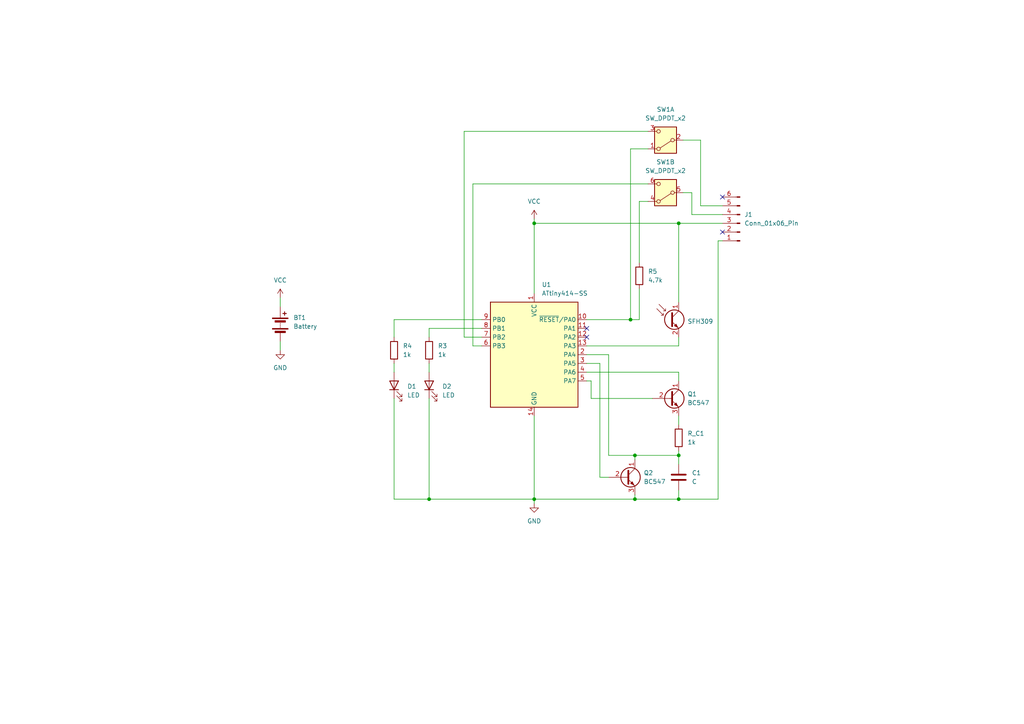
<source format=kicad_sch>
(kicad_sch (version 20231120) (generator "eeschema") (generator_version "8.0")
  (paper "A4")
  (lib_symbols
    (symbol "Connector:Conn_01x06_Pin" (pin_names (offset 1.016) hide)
      (property "Reference" "J" (at 0 7.62 0))
      (property "Value" "Conn_01x06_Pin" (at 0 -10.16 0))
      (symbol "Conn_01x06_Pin_1_1"
        (polyline (pts (xy 1.27 -7.62) (xy 0.8636 -7.62)) (stroke (width 0.1524)))
        (polyline (pts (xy 1.27 -5.08) (xy 0.8636 -5.08)) (stroke (width 0.1524)))
        (polyline (pts (xy 1.27 -2.54) (xy 0.8636 -2.54)) (stroke (width 0.1524)))
        (polyline (pts (xy 1.27 0) (xy 0.8636 0)) (stroke (width 0.1524)))
        (polyline (pts (xy 1.27 2.54) (xy 0.8636 2.54)) (stroke (width 0.1524)))
        (polyline (pts (xy 1.27 5.08) (xy 0.8636 5.08)) (stroke (width 0.1524)))
        (rectangle (start 0.8636 -7.493) (end 0 -7.747) (stroke (width 0.1524)) (fill (type outline)))
        (rectangle (start 0.8636 -4.953) (end 0 -5.207) (stroke (width 0.1524)) (fill (type outline)))
        (rectangle (start 0.8636 -2.413) (end 0 -2.667) (stroke (width 0.1524)) (fill (type outline)))
        (rectangle (start 0.8636 0.127) (end 0 -0.127) (stroke (width 0.1524)) (fill (type outline)))
        (rectangle (start 0.8636 2.667) (end 0 2.413) (stroke (width 0.1524)) (fill (type outline)))
        (rectangle (start 0.8636 5.207) (end 0 4.953) (stroke (width 0.1524)) (fill (type outline)))
        (pin passive line (at 5.08 5.08 180) (length 3.81) (name "Pin_1") (number "1"))
        (pin passive line (at 5.08 2.54 180) (length 3.81) (name "Pin_2") (number "2"))
        (pin passive line (at 5.08 0 180) (length 3.81) (name "Pin_3") (number "3"))
        (pin passive line (at 5.08 -2.54 180) (length 3.81) (name "Pin_4") (number "4"))
        (pin passive line (at 5.08 -5.08 180) (length 3.81) (name "Pin_5") (number "5"))
        (pin passive line (at 5.08 -7.62 180) (length 3.81) (name "Pin_6") (number "6"))
      )
    )
    (symbol "Device:Battery" (pin_numbers hide) (pin_names (offset 0) hide)
      (property "Reference" "BT" (at 2.54 2.54 0))
      (property "Value" "Battery" (at 2.54 0 0))
      (symbol "Battery_0_1"
        (rectangle (start -2.286 -1.27) (end 2.286 -1.524) (fill (type outline)))
        (rectangle (start -2.286 1.778) (end 2.286 1.524) (fill (type outline)))
        (rectangle (start -1.524 -2.032) (end 1.524 -2.54) (fill (type outline)))
        (rectangle (start -1.524 1.016) (end 1.524 0.508) (fill (type outline)))
        (polyline (pts (xy 0 -1.016) (xy 0 -0.762)))
        (polyline (pts (xy 0 -0.508) (xy 0 -0.254)))
        (polyline (pts (xy 0 0) (xy 0 0.254)))
        (polyline (pts (xy 0 1.778) (xy 0 2.54)))
        (polyline (pts (xy 0.762 3.048) (xy 1.778 3.048)) (stroke (width 0.254)))
        (polyline (pts (xy 1.27 3.556) (xy 1.27 2.54)) (stroke (width 0.254)))
      )
      (symbol "Battery_1_1"
        (pin passive line (at 0 5.08 270) (length 2.54) (name "+") (number "1"))
        (pin passive line (at 0 -5.08 90) (length 2.54) (name "-") (number "2"))
      )
    )
    (symbol "Device:C" (pin_numbers hide) (pin_names (offset 0.254))
      (property "Reference" "C" (at 0.635 2.54 0))
      (property "Value" "C" (at 0.635 -2.54 0))
      (symbol "C_0_1"
        (polyline (pts (xy -2.032 -0.762) (xy 2.032 -0.762)) (stroke (width 0.508)))
        (polyline (pts (xy -2.032 0.762) (xy 2.032 0.762)) (stroke (width 0.508)))
      )
      (symbol "C_1_1"
        (pin passive line (at 0 3.81 270) (length 2.794) (name "~") (number "1"))
        (pin passive line (at 0 -3.81 90) (length 2.794) (name "~") (number "2"))
      )
    )
    (symbol "Device:LED" (pin_numbers hide) (pin_names (offset 1.016) hide)
      (property "Reference" "D" (at 0 2.54 0))
      (property "Value" "LED" (at 0 -2.54 0))
      (symbol "LED_0_1"
        (polyline (pts (xy -1.27 -1.27) (xy -1.27 1.27)) (stroke (width 0.254)))
        (polyline (pts (xy -1.27 0) (xy 1.27 0)))
        (polyline (pts (xy 1.27 -1.27) (xy 1.27 1.27) (xy -1.27 0) (xy 1.27 -1.27)) (stroke (width 0.254)))
        (polyline (pts (xy -3.048 -0.762) (xy -4.572 -2.286) (xy -3.81 -2.286) (xy -4.572 -2.286) (xy -4.572 -1.524)))
        (polyline (pts (xy -1.778 -0.762) (xy -3.302 -2.286) (xy -2.54 -2.286) (xy -3.302 -2.286) (xy -3.302 -1.524)))
      )
      (symbol "LED_1_1"
        (pin passive line (at -3.81 0 0) (length 2.54) (name "K") (number "1"))
        (pin passive line (at 3.81 0 180) (length 2.54) (name "A") (number "2"))
      )
    )
    (symbol "Device:R" (pin_numbers hide) (pin_names (offset 0))
      (property "Reference" "R" (at 2.032 0 90))
      (property "Value" "R" (at 0 0 90))
      (symbol "R_0_1"
        (rectangle (start -1.016 -2.54) (end 1.016 2.54) (stroke (width 0.254)))
      )
      (symbol "R_1_1"
        (pin passive line (at 0 3.81 270) (length 1.27) (name "~") (number "1"))
        (pin passive line (at 0 -3.81 90) (length 1.27) (name "~") (number "2"))
      )
    )
    (symbol "MCU_Microchip_ATtiny:ATtiny414-SS"
      (property "Reference" "U" (at -12.7 16.51 0))
      (property "Value" "ATtiny414-SS" (at 2.54 -16.51 0))
      (symbol "ATtiny414-SS_0_1"
        (rectangle (start -12.7 -15.24) (end 12.7 15.24) (stroke (width 0.254)) (fill (type background)))
      )
      (symbol "ATtiny414-SS_1_1"
        (pin power_in line (at 0 17.78 270) (length 2.54) (name "VCC") (number "1"))
        (pin bidirectional line (at 15.24 10.16 180) (length 2.54) (name "~{RESET}/PA0") (number "10"))
        (pin bidirectional line (at 15.24 7.62 180) (length 2.54) (name "PA1") (number "11"))
        (pin bidirectional line (at 15.24 5.08 180) (length 2.54) (name "PA2") (number "12"))
        (pin bidirectional line (at 15.24 2.54 180) (length 2.54) (name "PA3") (number "13"))
        (pin power_in line (at 0 -17.78 90) (length 2.54) (name "GND") (number "14"))
        (pin bidirectional line (at 15.24 0 180) (length 2.54) (name "PA4") (number "2"))
        (pin bidirectional line (at 15.24 -2.54 180) (length 2.54) (name "PA5") (number "3"))
        (pin bidirectional line (at 15.24 -5.08 180) (length 2.54) (name "PA6") (number "4"))
        (pin bidirectional line (at 15.24 -7.62 180) (length 2.54) (name "PA7") (number "5"))
        (pin bidirectional line (at -15.24 2.54 0) (length 2.54) (name "PB3") (number "6"))
        (pin bidirectional line (at -15.24 5.08 0) (length 2.54) (name "PB2") (number "7"))
        (pin bidirectional line (at -15.24 7.62 0) (length 2.54) (name "PB1") (number "8"))
        (pin bidirectional line (at -15.24 10.16 0) (length 2.54) (name "PB0") (number "9"))
      )
    )
    (symbol "Sensor_Optical:SFH309" (pin_names (offset 0) hide)
      (property "Reference" "Q" (at 5.08 1.27 0))
      (property "Value" "SFH309" (at 5.08 -1.27 0))
      (symbol "SFH309_0_1"
        (polyline (pts (xy -1.905 1.27) (xy -2.54 1.27)))
        (polyline (pts (xy -1.27 2.54) (xy -1.905 2.54)))
        (polyline (pts (xy 0.635 0.635) (xy 2.54 2.54)))
        (polyline (pts (xy -3.81 3.175) (xy -1.905 1.27) (xy -1.905 1.905)))
        (polyline (pts (xy -3.175 4.445) (xy -1.27 2.54) (xy -1.27 3.175)))
        (polyline (pts (xy 0.635 -0.635) (xy 2.54 -2.54) (xy 2.54 -2.54)))
        (polyline (pts (xy 0.635 1.905) (xy 0.635 -1.905) (xy 0.635 -1.905)) (stroke (width 0.508)))
        (polyline (pts (xy 1.27 -1.778) (xy 1.778 -1.27) (xy 2.286 -2.286) (xy 1.27 -1.778) (xy 1.27 -1.778)) (fill (type outline)))
        (circle (center 1.27 0) (radius 2.8194) (stroke (width 0.254)))
      )
      (symbol "SFH309_1_1"
        (pin passive line (at 2.54 5.08 270) (length 2.54) (name "C") (number "1"))
        (pin passive line (at 2.54 -5.08 90) (length 2.54) (name "E") (number "2"))
      )
    )
    (symbol "Switch:SW_DPDT_x2" (pin_names (offset 0) hide)
      (property "Reference" "SW" (at 0 5.08 0))
      (property "Value" "SW_DPDT_x2" (at 0 -5.08 0))
      (symbol "SW_DPDT_x2_0_0"
        (circle (center -2.032 0) (radius 0.508))
        (circle (center 2.032 -2.54) (radius 0.508))
      )
      (symbol "SW_DPDT_x2_0_1"
        (rectangle (start -3.175 3.81) (end 3.175 -3.81) (stroke (width 0.254)) (fill (type background)))
        (polyline (pts (xy -1.524 0.254) (xy 1.5748 2.286)))
        (circle (center 2.032 2.54) (radius 0.508))
      )
      (symbol "SW_DPDT_x2_1_1"
        (pin passive line (at 5.08 2.54 180) (length 2.54) (name "A") (number "1"))
        (pin passive line (at -5.08 0 0) (length 2.54) (name "B") (number "2"))
        (pin passive line (at 5.08 -2.54 180) (length 2.54) (name "C") (number "3"))
      )
      (symbol "SW_DPDT_x2_2_1"
        (pin passive line (at 5.08 2.54 180) (length 2.54) (name "A") (number "4"))
        (pin passive line (at -5.08 0 0) (length 2.54) (name "B") (number "5"))
        (pin passive line (at 5.08 -2.54 180) (length 2.54) (name "C") (number "6"))
      )
    )
    (symbol "Transistor_BJT:BC547" (pin_names (offset 0) hide)
      (property "Reference" "Q" (at 5.08 1.905 0))
      (property "Value" "BC547" (at 5.08 0 0))
      (symbol "BC547_0_1"
        (polyline (pts (xy 0 0) (xy 0.635 0)))
        (polyline (pts (xy 0.635 0.635) (xy 2.54 2.54)))
        (polyline (pts (xy 0.635 -0.635) (xy 2.54 -2.54) (xy 2.54 -2.54)))
        (polyline (pts (xy 0.635 1.905) (xy 0.635 -1.905) (xy 0.635 -1.905)) (stroke (width 0.508)))
        (polyline (pts (xy 1.27 -1.778) (xy 1.778 -1.27) (xy 2.286 -2.286) (xy 1.27 -1.778) (xy 1.27 -1.778)) (fill (type outline)))
        (circle (center 1.27 0) (radius 2.8194) (stroke (width 0.254)))
      )
      (symbol "BC547_1_1"
        (pin passive line (at 2.54 5.08 270) (length 2.54) (name "C") (number "1"))
        (pin input line (at -5.08 0 0) (length 5.08) (name "B") (number "2"))
        (pin passive line (at 2.54 -5.08 90) (length 2.54) (name "E") (number "3"))
      )
    )
    (symbol "power:GND" (power) (pin_names (offset 0))
      (property "Value" "GND" (at 0 -3.81 0))
      (symbol "GND_0_1"
        (polyline (pts (xy 0 0) (xy 0 -1.27) (xy 1.27 -1.27) (xy 0 -2.54) (xy -1.27 -1.27) (xy 0 -1.27)))
      )
      (symbol "GND_1_1"
        (pin power_in line (at 0 0 270) (length 0) hide (name "GND") (number "1"))
      )
    )
    (symbol "power:VCC" (power) (pin_names (offset 0))
      (property "Value" "VCC" (at 0 3.81 0))
      (symbol "VCC_0_1"
        (polyline (pts (xy -0.762 1.27) (xy 0 2.54)))
        (polyline (pts (xy 0 0) (xy 0 2.54)))
        (polyline (pts (xy 0 2.54) (xy 0.762 1.27)))
      )
      (symbol "VCC_1_1"
        (pin power_in line (at 0 0 90) (length 0) hide (name "VCC") (number "1"))
      )
    )
  )
  (junction (at 196.85 132.08))
  (junction (at 184.15 132.08))
  (junction (at 154.94 64.77))
  (junction (at 154.94 144.78))
  (junction (at 124.46 144.78))
  (junction (at 196.85 64.77))
  (junction (at 182.88 92.71))
  (junction (at 196.85 144.78))
  (junction (at 184.15 144.78))
  (no_connect (at 170.18 97.79))
  (no_connect (at 209.55 67.31))
  (no_connect (at 170.18 95.25))
  (no_connect (at 209.55 57.15))
  (wire (pts (xy 154.94 144.78) (xy 184.15 144.78)))
  (wire (pts (xy 184.15 133.35) (xy 184.15 132.08)))
  (wire (pts (xy 81.28 86.36) (xy 81.28 88.9)))
  (wire (pts (xy 124.46 105.41) (xy 124.46 107.95)))
  (wire (pts (xy 170.18 92.71) (xy 182.88 92.71)))
  (wire (pts (xy 134.62 97.79) (xy 139.7 97.79)))
  (wire (pts (xy 184.15 132.08) (xy 196.85 132.08)))
  (wire (pts (xy 137.16 100.33) (xy 137.16 53.34)))
  (wire (pts (xy 154.94 64.77) (xy 196.85 64.77)))
  (wire (pts (xy 184.15 144.78) (xy 196.85 144.78)))
  (wire (pts (xy 196.85 64.77) (xy 196.85 87.63)))
  (wire (pts (xy 203.2 40.64) (xy 203.2 59.69)))
  (wire (pts (xy 187.96 38.1) (xy 134.62 38.1)))
  (wire (pts (xy 196.85 134.62) (xy 196.85 132.08)))
  (wire (pts (xy 81.28 99.06) (xy 81.28 101.6)))
  (wire (pts (xy 209.55 69.85) (xy 208.28 69.85)))
  (wire (pts (xy 200.66 62.23) (xy 209.55 62.23)))
  (wire (pts (xy 196.85 100.33) (xy 196.85 97.79)))
  (wire (pts (xy 171.45 115.57) (xy 171.45 110.49)))
  (wire (pts (xy 176.53 132.08) (xy 176.53 102.87)))
  (wire (pts (xy 170.18 110.49) (xy 171.45 110.49)))
  (wire (pts (xy 184.15 143.51) (xy 184.15 144.78)))
  (wire (pts (xy 124.46 115.57) (xy 124.46 144.78)))
  (wire (pts (xy 198.12 40.64) (xy 203.2 40.64)))
  (wire (pts (xy 176.53 102.87) (xy 170.18 102.87)))
  (wire (pts (xy 182.88 43.18) (xy 182.88 92.71)))
  (wire (pts (xy 196.85 107.95) (xy 196.85 110.49)))
  (wire (pts (xy 187.96 43.18) (xy 182.88 43.18)))
  (wire (pts (xy 208.28 69.85) (xy 208.28 144.78)))
  (wire (pts (xy 189.23 115.57) (xy 171.45 115.57)))
  (wire (pts (xy 137.16 53.34) (xy 187.96 53.34)))
  (wire (pts (xy 187.96 58.42) (xy 185.42 58.42)))
  (wire (pts (xy 203.2 59.69) (xy 209.55 59.69)))
  (wire (pts (xy 208.28 144.78) (xy 196.85 144.78)))
  (wire (pts (xy 154.94 64.77) (xy 154.94 85.09)))
  (wire (pts (xy 184.15 132.08) (xy 176.53 132.08)))
  (wire (pts (xy 124.46 144.78) (xy 154.94 144.78)))
  (wire (pts (xy 196.85 123.19) (xy 196.85 120.65)))
  (wire (pts (xy 139.7 100.33) (xy 137.16 100.33)))
  (wire (pts (xy 196.85 132.08) (xy 196.85 130.81)))
  (wire (pts (xy 173.99 138.43) (xy 173.99 105.41)))
  (wire (pts (xy 154.94 120.65) (xy 154.94 144.78)))
  (wire (pts (xy 114.3 144.78) (xy 114.3 115.57)))
  (wire (pts (xy 185.42 83.82) (xy 185.42 92.71)))
  (wire (pts (xy 114.3 105.41) (xy 114.3 107.95)))
  (wire (pts (xy 200.66 55.88) (xy 200.66 62.23)))
  (wire (pts (xy 185.42 92.71) (xy 182.88 92.71)))
  (wire (pts (xy 134.62 38.1) (xy 134.62 97.79)))
  (wire (pts (xy 176.53 138.43) (xy 173.99 138.43)))
  (wire (pts (xy 154.94 146.05) (xy 154.94 144.78)))
  (wire (pts (xy 170.18 100.33) (xy 196.85 100.33)))
  (wire (pts (xy 173.99 105.41) (xy 170.18 105.41)))
  (wire (pts (xy 114.3 144.78) (xy 124.46 144.78)))
  (wire (pts (xy 198.12 55.88) (xy 200.66 55.88)))
  (wire (pts (xy 124.46 95.25) (xy 139.7 95.25)))
  (wire (pts (xy 124.46 97.79) (xy 124.46 95.25)))
  (wire (pts (xy 114.3 97.79) (xy 114.3 92.71)))
  (wire (pts (xy 154.94 63.5) (xy 154.94 64.77)))
  (wire (pts (xy 170.18 107.95) (xy 196.85 107.95)))
  (wire (pts (xy 114.3 92.71) (xy 139.7 92.71)))
  (wire (pts (xy 196.85 64.77) (xy 209.55 64.77)))
  (wire (pts (xy 196.85 142.24) (xy 196.85 144.78)))
  (wire (pts (xy 185.42 58.42) (xy 185.42 76.2)))
  (symbol (lib_id "Switch:SW_DPDT_x2") (at 193.04 40.64 180) (unit 1)
    (property "Reference" "SW1" (at 193.04 31.75 0))
    (property "Value" "SW_DPDT_x2" (at 193.04 34.29 0))
    (property "Footprint" "Button_Switch_SMD:SW_DPDT_CK_JS202011JCQN" (effects (hide yes)))
    (property "Description" "Switch, dual pole double throw, separate symbols" (effects (hide yes)))
  )
  (symbol (lib_id "MCU_Microchip_ATtiny:ATtiny414-SS") (at 154.94 102.87 0) (unit 1)
    (property "Reference" "U1" (at 157.1341 82.55 0) (effects (justify left)))
    (property "Value" "ATtiny414-SS" (at 157.1341 85.09 0) (effects (justify left)))
    (property "Footprint" "Package_SO:SOIC-14_3.9x8.7mm_P1.27mm" (effects (hide yes)))
    (property "Datasheet" "http://ww1.microchip.com/downloads/en/DeviceDoc/40001912A.pdf" (effects (hide yes)))
    (property "Description" "20MHz, 4kB Flash, 256B SRAM, 128B EEPROM, SOIC-14" (effects (hide yes)))
  )
  (symbol (lib_id "Sensor_Optical:SFH309") (at 194.31 92.71 0) (unit 1)
    (property "Reference" "Q3" (effects (hide yes)))
    (property "Value" "SFH309" (at 199.39 93.2306 0) (effects (justify left)))
    (property "Footprint" "LED_THT:LED_D3.0mm_Horizontal_O1.27mm_Z2.0mm" (effects (hide yes)))
    (property "Datasheet" "http://www.osram-os.com/Graphics/XPic2/00101811_0.pdf/SFH%20309,%20SFH%20309%20FA,%20Lead%20(Pb)%20Free%20Product%20-%20RoHS%20Compliant.pdf" (effects (hide yes)))
    (property "Description" "Phototransistor NPN" (effects (hide yes)))
  )
  (symbol (lib_id "power:GND") (at 81.28 101.6 0) (unit 1)
    (property "Reference" "#PWR03" (effects (hide yes)))
    (property "Value" "GND" (at 81.28 106.68 0))
    (property "Description" "Power symbol creates a global label with name \"GND\" , ground" (effects (hide yes)))
  )
  (symbol (lib_id "power:GND") (at 154.94 146.05 0) (unit 1)
    (property "Reference" "#PWR01" (effects (hide yes)))
    (property "Value" "GND" (at 154.94 151.13 0))
    (property "Description" "Power symbol creates a global label with name \"GND\" , ground" (effects (hide yes)))
  )
  (symbol (lib_id "Transistor_BJT:BC547") (at 181.61 138.43 0) (unit 1)
    (property "Reference" "Q2" (at 186.69 137.1599 0) (effects (justify left)))
    (property "Value" "BC547" (at 186.69 139.6999 0) (effects (justify left)))
    (property "Footprint" "Package_TO_SOT_THT:TO-92_Inline" (effects (hide yes)))
    (property "Datasheet" "https://www.onsemi.com/pub/Collateral/BC550-D.pdf" (effects (hide yes)))
    (property "Description" "0.1A Ic, 45V Vce, Small Signal NPN Transistor, TO-92" (effects (hide yes)))
  )
  (symbol (lib_id "Switch:SW_DPDT_x2") (at 193.04 55.88 180) (unit 2)
    (property "Reference" "SW1" (at 193.04 46.99 0))
    (property "Value" "SW_DPDT_x2" (at 193.04 49.53 0))
    (property "Footprint" "Button_Switch_SMD:SW_DPDT_CK_JS202011JCQN" (effects (hide yes)))
    (property "Description" "Switch, dual pole double throw, separate symbols" (effects (hide yes)))
  )
  (symbol (lib_id "power:VCC") (at 81.28 86.36 0) (unit 1)
    (property "Reference" "#PWR04" (effects (hide yes)))
    (property "Value" "VCC" (at 81.28 81.28 0))
    (property "Description" "Power symbol creates a global label with name \"VCC\"" (effects (hide yes)))
  )
  (symbol (lib_id "power:VCC") (at 154.94 63.5 0) (unit 1)
    (property "Reference" "#PWR02" (effects (hide yes)))
    (property "Value" "VCC" (at 154.94 58.42 0))
    (property "Description" "Power symbol creates a global label with name \"VCC\"" (effects (hide yes)))
  )
  (symbol (lib_id "Device:LED") (at 114.3 111.76 90) (unit 1)
    (property "Reference" "D1" (at 118.11 112.0774 90) (effects (justify right)))
    (property "Value" "LED" (at 118.11 114.6174 90) (effects (justify right)))
    (property "Footprint" "LED_THT:LED_D3.0mm_Horizontal_O1.27mm_Z2.0mm" (effects (hide yes)))
    (property "Description" "Light emitting diode" (effects (hide yes)))
  )
  (symbol (lib_id "Device:R") (at 185.42 80.01 0) (unit 1)
    (property "Reference" "R5" (at 187.96 78.7399 0) (effects (justify left)))
    (property "Value" "4.7k" (at 187.96 81.2799 0) (effects (justify left)))
    (property "Footprint" "Resistor_SMD:R_0603_1608Metric_Pad0.98x0.95mm_HandSolder" (effects (hide yes)))
    (property "Description" "Resistor" (effects (hide yes)))
  )
  (symbol (lib_id "Device:R") (at 196.85 127 180) (unit 1)
    (property "Reference" "R_C1" (at 199.39 125.7299 0) (effects (justify right)))
    (property "Value" "1k" (at 199.39 128.2699 0) (effects (justify right)))
    (property "Footprint" "Resistor_THT:R_Axial_DIN0207_L6.3mm_D2.5mm_P2.54mm_Vertical" (effects (hide yes)))
    (property "Description" "Resistor" (effects (hide yes)))
  )
  (symbol (lib_id "Device:R") (at 124.46 101.6 180) (unit 1)
    (property "Reference" "R3" (at 127 100.3299 0) (effects (justify right)))
    (property "Value" "1k" (at 127 102.8699 0) (effects (justify right)))
    (property "Footprint" "Resistor_SMD:R_0603_1608Metric_Pad0.98x0.95mm_HandSolder" (effects (hide yes)))
    (property "Description" "Resistor" (effects (hide yes)))
  )
  (symbol (lib_id "Connector:Conn_01x06_Pin") (at 214.63 64.77 180) (unit 1)
    (property "Reference" "J1" (at 215.9 62.2299 0) (effects (justify right)))
    (property "Value" "Conn_01x06_Pin" (at 215.9 64.7699 0) (effects (justify right)))
    (property "Footprint" "Connector_PinHeader_2.54mm:PinHeader_1x06_P2.54mm_Vertical" (effects (hide yes)))
    (property "Description" "Generic connector, single row, 01x06, script generated" (effects (hide yes)))
  )
  (symbol (lib_id "Device:C") (at 196.85 138.43 0) (unit 1)
    (property "Reference" "C1" (at 200.66 137.1599 0) (effects (justify left)))
    (property "Value" "C" (at 200.66 139.6999 0) (effects (justify left)))
    (property "Footprint" "Capacitor_THT:CP_Radial_D5.0mm_P2.00mm" (effects (hide yes)))
    (property "Description" "Unpolarized capacitor" (effects (hide yes)))
  )
  (symbol (lib_id "Transistor_BJT:BC547") (at 194.31 115.57 0) (unit 1)
    (property "Reference" "Q1" (at 199.39 114.2999 0) (effects (justify left)))
    (property "Value" "BC547" (at 199.39 116.8399 0) (effects (justify left)))
    (property "Footprint" "Package_TO_SOT_THT:TO-92_Inline" (effects (hide yes)))
    (property "Datasheet" "https://www.onsemi.com/pub/Collateral/BC550-D.pdf" (effects (hide yes)))
    (property "Description" "0.1A Ic, 45V Vce, Small Signal NPN Transistor, TO-92" (effects (hide yes)))
  )
  (symbol (lib_id "Device:Battery") (at 81.28 93.98 0) (unit 1)
    (property "Reference" "BT1" (at 85.09 92.1384 0) (effects (justify left)))
    (property "Value" "Battery" (at 85.09 94.6784 0) (effects (justify left)))
    (property "Footprint" "Battery:BatteryHolder_Keystone_2479_3xAAA" (effects (hide yes)))
    (property "Description" "Multiple-cell battery" (effects (hide yes)))
  )
  (symbol (lib_id "Device:LED") (at 124.46 111.76 90) (unit 1)
    (property "Reference" "D2" (at 128.27 112.0774 90) (effects (justify right)))
    (property "Value" "LED" (at 128.27 114.6174 90) (effects (justify right)))
    (property "Footprint" "LED_THT:LED_D3.0mm_Horizontal_O1.27mm_Z2.0mm" (effects (hide yes)))
    (property "Description" "Light emitting diode" (effects (hide yes)))
  )
  (symbol (lib_id "Device:R") (at 114.3 101.6 180) (unit 1)
    (property "Reference" "R4" (at 116.84 100.3299 0) (effects (justify right)))
    (property "Value" "1k" (at 116.84 102.8699 0) (effects (justify right)))
    (property "Footprint" "Resistor_SMD:R_0603_1608Metric_Pad0.98x0.95mm_HandSolder" (effects (hide yes)))
    (property "Description" "Resistor" (effects (hide yes)))
  )
)
</source>
